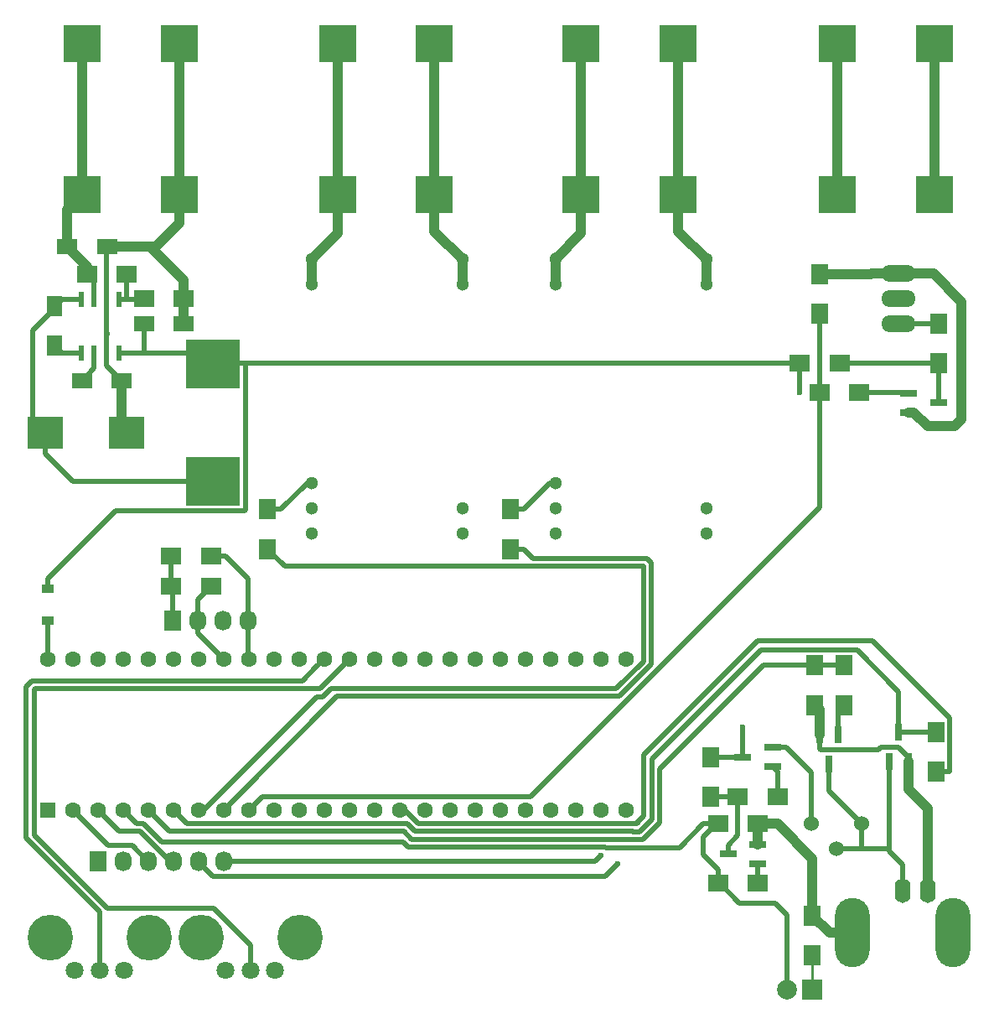
<source format=gbr>
G04 #@! TF.FileFunction,Copper,L1,Top,Signal*
%FSLAX46Y46*%
G04 Gerber Fmt 4.6, Leading zero omitted, Abs format (unit mm)*
G04 Created by KiCad (PCBNEW 4.0.2+dfsg1-stable) date Thu 24 Aug 2017 14:03:52 CEST*
%MOMM*%
G01*
G04 APERTURE LIST*
%ADD10C,0.100000*%
%ADD11R,5.400040X4.899660*%
%ADD12R,1.800860X0.800100*%
%ADD13R,1.700000X2.000000*%
%ADD14C,1.300000*%
%ADD15R,1.727200X2.032000*%
%ADD16O,1.727200X2.032000*%
%ADD17O,3.500120X7.000240*%
%ADD18O,1.600200X2.499360*%
%ADD19O,3.500120X1.699260*%
%ADD20R,2.000000X1.700000*%
%ADD21C,1.524000*%
%ADD22R,2.000000X1.600000*%
%ADD23R,1.600000X2.000000*%
%ADD24R,0.600000X1.550000*%
%ADD25R,3.810000X3.810000*%
%ADD26R,2.000000X2.000000*%
%ADD27C,2.000000*%
%ADD28R,0.800100X1.800860*%
%ADD29R,3.600000X3.200000*%
%ADD30R,1.220000X0.910000*%
%ADD31C,1.800000*%
%ADD32C,4.600000*%
%ADD33C,1.600000*%
%ADD34R,1.600000X1.600000*%
%ADD35C,0.600000*%
%ADD36C,0.500000*%
%ADD37C,0.250000*%
%ADD38C,1.000000*%
G04 APERTURE END LIST*
D10*
D11*
X50750000Y-76400420D03*
X50750000Y-64599580D03*
D12*
X107252280Y-105200000D03*
X107252280Y-103300000D03*
X104250000Y-104250000D03*
D13*
X101000000Y-108250000D03*
X101000000Y-104250000D03*
D14*
X75900000Y-81680000D03*
X75900000Y-79140000D03*
X60660000Y-81680000D03*
X60660000Y-79140000D03*
X60660000Y-76600000D03*
X75900000Y-56540000D03*
X75900000Y-54000000D03*
X60660000Y-56540000D03*
X60660000Y-54000000D03*
X100540000Y-81680000D03*
X100540000Y-79140000D03*
X85300000Y-81680000D03*
X85300000Y-79140000D03*
X85300000Y-76600000D03*
X100540000Y-56540000D03*
X100540000Y-54000000D03*
X85300000Y-56540000D03*
X85300000Y-54000000D03*
D12*
X120997720Y-67550000D03*
X120997720Y-69450000D03*
X124000000Y-68500000D03*
D15*
X46630000Y-90500000D03*
D16*
X49170000Y-90500000D03*
X51710000Y-90500000D03*
X54250000Y-90500000D03*
D15*
X39130000Y-114750000D03*
D16*
X41670000Y-114750000D03*
X44210000Y-114750000D03*
X46750000Y-114750000D03*
X49290000Y-114750000D03*
X51830000Y-114750000D03*
D17*
X125500000Y-122000000D03*
X115301900Y-122000000D03*
D18*
X120402220Y-117735340D03*
X122901580Y-117735340D03*
D19*
X120000000Y-58000000D03*
X120000000Y-60540000D03*
X120000000Y-55460000D03*
D20*
X103750000Y-108250000D03*
X107750000Y-108250000D03*
X50500000Y-84000000D03*
X46500000Y-84000000D03*
D13*
X111250000Y-124250000D03*
X111250000Y-120250000D03*
D20*
X50500000Y-87000000D03*
X46500000Y-87000000D03*
D13*
X114500000Y-95000000D03*
X114500000Y-99000000D03*
X111500000Y-95000000D03*
X111500000Y-99000000D03*
D20*
X101750000Y-117000000D03*
X105750000Y-117000000D03*
X101750000Y-111000000D03*
X105750000Y-111000000D03*
D13*
X123750000Y-101750000D03*
X123750000Y-105750000D03*
X56250000Y-79250000D03*
X56250000Y-83250000D03*
X112000000Y-59500000D03*
X112000000Y-55500000D03*
D20*
X47750000Y-58000000D03*
X43750000Y-58000000D03*
D21*
X113710000Y-113540000D03*
X111170000Y-111000000D03*
X116250000Y-111000000D03*
D22*
X43750000Y-60500000D03*
X47750000Y-60500000D03*
D23*
X34750000Y-58750000D03*
X34750000Y-62750000D03*
D22*
X36000000Y-52750000D03*
X40000000Y-52750000D03*
D13*
X80750000Y-79250000D03*
X80750000Y-83250000D03*
D20*
X42000000Y-55500000D03*
X38000000Y-55500000D03*
D24*
X37440000Y-63450000D03*
X38710000Y-63450000D03*
X39980000Y-63450000D03*
X41250000Y-63450000D03*
X41250000Y-58050000D03*
X39980000Y-58050000D03*
X38710000Y-58050000D03*
X37440000Y-58050000D03*
D22*
X37500000Y-66250000D03*
X41500000Y-66250000D03*
D25*
X47300000Y-32200000D03*
X47300000Y-47490800D03*
X37500000Y-32200000D03*
X37500000Y-47490800D03*
X97700000Y-32200000D03*
X97700000Y-47490800D03*
X87900000Y-32200000D03*
X87900000Y-47490800D03*
X123600000Y-32200000D03*
X123600000Y-47490800D03*
X113800000Y-32200000D03*
X113800000Y-47490800D03*
X73100000Y-32200000D03*
X73100000Y-47490800D03*
X63300000Y-32200000D03*
X63300000Y-47490800D03*
D26*
X111250000Y-127750000D03*
D27*
X108710000Y-127750000D03*
D28*
X113900000Y-102000000D03*
X112000000Y-102000000D03*
X112950000Y-105002280D03*
D12*
X105750000Y-115000000D03*
X105750000Y-113100000D03*
X102747720Y-114050000D03*
D28*
X119050000Y-104751140D03*
X120950000Y-104751140D03*
X120000000Y-101748860D03*
D20*
X112000000Y-67500000D03*
X116000000Y-67500000D03*
X114000000Y-64500000D03*
X110000000Y-64500000D03*
D13*
X124000000Y-64500000D03*
X124000000Y-60500000D03*
D29*
X42000000Y-71500000D03*
X33800000Y-71500000D03*
D30*
X34000000Y-90500000D03*
X34000000Y-87230000D03*
D31*
X57000000Y-125800000D03*
X54500000Y-125800000D03*
X52000000Y-125800000D03*
D32*
X59500000Y-122500000D03*
X49500000Y-122500000D03*
D31*
X41750000Y-125800000D03*
X39250000Y-125800000D03*
X36750000Y-125800000D03*
D32*
X44250000Y-122500000D03*
X34250000Y-122500000D03*
D33*
X74640000Y-109620000D03*
X77180000Y-109620000D03*
X79720000Y-109620000D03*
X82260000Y-109620000D03*
X72100000Y-109620000D03*
X69560000Y-109620000D03*
X67020000Y-109620000D03*
X84800000Y-109620000D03*
X87340000Y-109620000D03*
X89880000Y-109620000D03*
X92420000Y-109620000D03*
X92420000Y-94380000D03*
X89880000Y-94380000D03*
X87340000Y-94380000D03*
X84800000Y-94380000D03*
X82260000Y-94380000D03*
X79720000Y-94380000D03*
X77180000Y-94380000D03*
X74640000Y-94380000D03*
X64480000Y-109620000D03*
X61940000Y-109620000D03*
X59400000Y-109620000D03*
X56860000Y-109620000D03*
X54320000Y-109620000D03*
X51780000Y-109620000D03*
X49240000Y-109620000D03*
X46700000Y-109620000D03*
X44160000Y-109620000D03*
X41620000Y-109620000D03*
X39080000Y-109620000D03*
X36540000Y-109620000D03*
D34*
X34000000Y-109620000D03*
D33*
X72100000Y-94380000D03*
X69560000Y-94380000D03*
X67020000Y-94380000D03*
X64480000Y-94380000D03*
X61940000Y-94380000D03*
X59400000Y-94380000D03*
X56860000Y-94380000D03*
X54320000Y-94380000D03*
X51780000Y-94380000D03*
X49240000Y-94380000D03*
X46700000Y-94380000D03*
X44160000Y-94380000D03*
X41620000Y-94380000D03*
X39080000Y-94380000D03*
X36540000Y-94380000D03*
X34000000Y-94380000D03*
D35*
X110000000Y-67500000D03*
X104250000Y-101250000D03*
X40000000Y-61500000D03*
X39980000Y-59750000D03*
X91631938Y-115032684D03*
X89880000Y-114220056D03*
D36*
X110000000Y-67500000D02*
X110000000Y-64500000D01*
X104250000Y-104250000D02*
X104250000Y-101250000D01*
X110000000Y-64500000D02*
X54000000Y-64500000D01*
X53890021Y-79400251D02*
X54000021Y-79290251D01*
X54000000Y-64500000D02*
X50849580Y-64500000D01*
X34000000Y-87230000D02*
X34000000Y-86275000D01*
X34000000Y-86275000D02*
X40874749Y-79400251D01*
X40874749Y-79400251D02*
X53890021Y-79400251D01*
X54000021Y-79290251D02*
X54000021Y-64500021D01*
X54000021Y-64500021D02*
X54000000Y-64500000D01*
X101000000Y-104250000D02*
X104250000Y-104250000D01*
X50849580Y-64500000D02*
X50750000Y-64599580D01*
X41250000Y-63450000D02*
X43750000Y-63450000D01*
X43750000Y-63450000D02*
X49600420Y-63450000D01*
X43750000Y-60500000D02*
X43750000Y-61800000D01*
X43750000Y-61800000D02*
X43750000Y-63450000D01*
X49600420Y-63450000D02*
X50750000Y-64599580D01*
D37*
X110000000Y-64500000D02*
X108750000Y-64500000D01*
D36*
X34000000Y-94380000D02*
X34000000Y-90500000D01*
D38*
X105750000Y-111000000D02*
X107750000Y-111000000D01*
X111250000Y-114500000D02*
X111250000Y-118250000D01*
X111250000Y-118250000D02*
X111250000Y-120250000D01*
X107750000Y-111000000D02*
X111250000Y-114500000D01*
D36*
X112000000Y-102000000D02*
X112000000Y-103400430D01*
X117958809Y-103551849D02*
X118209949Y-103300709D01*
X112000000Y-103400430D02*
X112151419Y-103551849D01*
X118209949Y-103300709D02*
X119999949Y-103300709D01*
X112151419Y-103551849D02*
X117958809Y-103551849D01*
X119999949Y-103300709D02*
X120950000Y-104250760D01*
X120950000Y-104250760D02*
X120950000Y-104751140D01*
X39980000Y-61750000D02*
X39980000Y-60075001D01*
X39980000Y-62175000D02*
X39980000Y-61750000D01*
X39980000Y-58050000D02*
X39980000Y-59750000D01*
X39980000Y-59750000D02*
X39980000Y-60075001D01*
X39980000Y-58050000D02*
X39980000Y-52770000D01*
X39980000Y-52770000D02*
X40000000Y-52750000D01*
D38*
X41500000Y-66250000D02*
X41500000Y-71000000D01*
X41500000Y-71000000D02*
X42000000Y-71500000D01*
X47750000Y-60500000D02*
X47750000Y-58000000D01*
X40000000Y-52750000D02*
X44350000Y-52750000D01*
X44350000Y-52750000D02*
X47750000Y-56150000D01*
X47750000Y-56150000D02*
X47750000Y-58000000D01*
X47300000Y-47490800D02*
X47300000Y-50395800D01*
X47300000Y-50395800D02*
X44945800Y-52750000D01*
X44945800Y-52750000D02*
X42000000Y-52750000D01*
X42000000Y-52750000D02*
X40000000Y-52750000D01*
X120997720Y-69450000D02*
X121498100Y-69450000D01*
X121498100Y-69450000D02*
X122898150Y-70850050D01*
X122750060Y-55460000D02*
X120000000Y-55460000D01*
X122898150Y-70850050D02*
X125650432Y-70850050D01*
X125650432Y-70850050D02*
X126350001Y-70150481D01*
X126350001Y-70150481D02*
X126350001Y-58299999D01*
X126350001Y-58299999D02*
X123510002Y-55460000D01*
X123510002Y-55460000D02*
X122750060Y-55460000D01*
X111250000Y-120100000D02*
X111250000Y-120250000D01*
X120950000Y-104751140D02*
X120950000Y-107500002D01*
X120950000Y-107500002D02*
X122901580Y-109451582D01*
X122901580Y-109451582D02*
X122901580Y-115485660D01*
X122901580Y-115485660D02*
X122901580Y-117735340D01*
X125500000Y-122000000D02*
X125500000Y-120333760D01*
X115301900Y-122000000D02*
X113000000Y-122000000D01*
X113000000Y-122000000D02*
X111250000Y-120250000D01*
X105750000Y-113100000D02*
X105750000Y-111000000D01*
X112000000Y-102000000D02*
X112000000Y-99500000D01*
X112000000Y-99500000D02*
X111500000Y-99000000D01*
X47300000Y-47490800D02*
X48428798Y-47490800D01*
X46500000Y-48290800D02*
X47300000Y-47490800D01*
D36*
X41500000Y-66250000D02*
X39980000Y-64730000D01*
X39980000Y-64730000D02*
X39980000Y-63450000D01*
X39980000Y-63450000D02*
X39980000Y-62175000D01*
D38*
X117209940Y-55500000D02*
X114000000Y-55500000D01*
X114000000Y-55500000D02*
X112000000Y-55500000D01*
X117249940Y-55460000D02*
X117209940Y-55500000D01*
X117249940Y-55460000D02*
X120000000Y-55460000D01*
X47300000Y-32200000D02*
X47300000Y-47490800D01*
D36*
X56250000Y-79250000D02*
X57600000Y-79250000D01*
X57600000Y-79250000D02*
X60250000Y-76600000D01*
X60250000Y-76600000D02*
X60660000Y-76600000D01*
D38*
X73100000Y-47490800D02*
X73100000Y-44585800D01*
X73100000Y-44585800D02*
X73100000Y-32200000D01*
X73100000Y-51200000D02*
X73100000Y-47490800D01*
X75900000Y-56540000D02*
X75900000Y-54000000D01*
X73100000Y-51200000D02*
X75900000Y-54000000D01*
X63300000Y-47490800D02*
X63300000Y-44585800D01*
X63300000Y-44585800D02*
X63300000Y-32200000D01*
X63300000Y-47490800D02*
X63300000Y-51360000D01*
X63300000Y-51360000D02*
X60660000Y-54000000D01*
X60660000Y-56540000D02*
X60660000Y-54000000D01*
D36*
X80750000Y-79250000D02*
X82100000Y-79250000D01*
X82100000Y-79250000D02*
X84750000Y-76600000D01*
X84750000Y-76600000D02*
X85300000Y-76600000D01*
D38*
X97700000Y-47490800D02*
X97700000Y-51160000D01*
X97700000Y-51160000D02*
X100540000Y-54000000D01*
X100540000Y-56540000D02*
X100540000Y-54000000D01*
X97700000Y-32200000D02*
X97700000Y-47490800D01*
X85300000Y-56540000D02*
X85300000Y-53800000D01*
X87900000Y-47490800D02*
X87900000Y-51400000D01*
X87900000Y-51400000D02*
X85300000Y-54000000D01*
X87900000Y-32200000D02*
X87900000Y-47490800D01*
D36*
X93529999Y-110970001D02*
X94250000Y-110250000D01*
X71451999Y-110970001D02*
X93529999Y-110970001D01*
X70101998Y-109620000D02*
X71451999Y-110970001D01*
X69560000Y-109620000D02*
X70101998Y-109620000D01*
X46500000Y-87000000D02*
X46500000Y-84000000D01*
X46630000Y-90500000D02*
X46630000Y-87130000D01*
X46630000Y-87130000D02*
X46500000Y-87000000D01*
X94250000Y-110250000D02*
X93500000Y-111000000D01*
X94250000Y-104000000D02*
X94250000Y-110250000D01*
X105750000Y-92500000D02*
X94250000Y-104000000D01*
X117340002Y-92500000D02*
X105750000Y-92500000D01*
X123750000Y-105750000D02*
X125100000Y-105750000D01*
X125100000Y-105750000D02*
X125150001Y-105699999D01*
X125150001Y-105699999D02*
X125150001Y-100309999D01*
X125150001Y-100309999D02*
X117340002Y-92500000D01*
D37*
X123750000Y-105750000D02*
X123750000Y-105600000D01*
D36*
X49170000Y-90500000D02*
X49170000Y-91770000D01*
X49170000Y-91770000D02*
X51780000Y-94380000D01*
X49170000Y-90500000D02*
X49170000Y-88330000D01*
X49170000Y-88330000D02*
X50500000Y-87000000D01*
X54250000Y-90500000D02*
X54250000Y-94310000D01*
X54250000Y-94310000D02*
X54320000Y-94380000D01*
X50500000Y-84000000D02*
X52000000Y-84000000D01*
X54250000Y-88984000D02*
X54250000Y-90500000D01*
X52000000Y-84000000D02*
X54250000Y-86250000D01*
X54250000Y-86250000D02*
X54250000Y-88984000D01*
X44118614Y-114750000D02*
X44210000Y-114750000D01*
X40103990Y-113183990D02*
X42552604Y-113183990D01*
X36540000Y-109620000D02*
X40103990Y-113183990D01*
X42552604Y-113183990D02*
X44118614Y-114750000D01*
X46750000Y-114750000D02*
X46361546Y-114750000D01*
X46361546Y-114750000D02*
X43381558Y-111770012D01*
X43381558Y-111770012D02*
X41230001Y-111770001D01*
X41230001Y-111770001D02*
X39879999Y-110419999D01*
X39879999Y-110419999D02*
X39080000Y-109620000D01*
X90353990Y-116316010D02*
X90353990Y-116310632D01*
X90353990Y-116310632D02*
X91631938Y-115032684D01*
X49290000Y-114750000D02*
X49290000Y-114902400D01*
X49290000Y-114902400D02*
X50703610Y-116316010D01*
X50703610Y-116316010D02*
X90353990Y-116316010D01*
X89880000Y-114220056D02*
X89350056Y-114750000D01*
X89350056Y-114750000D02*
X51830000Y-114750000D01*
X51830000Y-114750000D02*
X53193600Y-114750000D01*
X119050000Y-104751140D02*
X119050000Y-113500000D01*
X119050000Y-113500000D02*
X119050000Y-113800000D01*
X116250000Y-113540000D02*
X119010000Y-113540000D01*
X119010000Y-113540000D02*
X119050000Y-113500000D01*
X113710000Y-113540000D02*
X116250000Y-113540000D01*
X116250000Y-111000000D02*
X116250000Y-113540000D01*
X120402220Y-117735340D02*
X120402220Y-115152220D01*
X120402220Y-115152220D02*
X119050000Y-113800000D01*
X120402220Y-117285760D02*
X120402220Y-117735340D01*
X116250000Y-111000000D02*
X112950000Y-107700000D01*
X112950000Y-107700000D02*
X112950000Y-105002280D01*
X107252280Y-103300000D02*
X108652710Y-103300000D01*
X108652710Y-103300000D02*
X111170000Y-105817290D01*
X111170000Y-109922370D02*
X111170000Y-111000000D01*
X111170000Y-105817290D02*
X111170000Y-109922370D01*
X111170000Y-110717340D02*
X111170000Y-111000000D01*
X107750000Y-108250000D02*
X107750000Y-105697720D01*
X107750000Y-105697720D02*
X107252280Y-105200000D01*
D37*
X107252280Y-107502280D02*
X108000000Y-108250000D01*
D36*
X113900000Y-102000000D02*
X113900000Y-99600000D01*
X113900000Y-99600000D02*
X114500000Y-99000000D01*
X105750000Y-117000000D02*
X105750000Y-115000000D01*
X47499999Y-110419999D02*
X46700000Y-109620000D01*
X106050001Y-93449999D02*
X95050011Y-104449989D01*
X95050011Y-104449989D02*
X95050010Y-110581376D01*
X95050010Y-110581376D02*
X93831376Y-111800008D01*
X93831376Y-111800008D02*
X93168624Y-111800008D01*
X93168624Y-111800008D02*
X93138628Y-111770012D01*
X93138628Y-111770012D02*
X71120624Y-111770012D01*
X71120624Y-111770012D02*
X70320613Y-110970001D01*
X70320613Y-110970001D02*
X48050001Y-110970001D01*
X48050001Y-110970001D02*
X47499999Y-110419999D01*
X115790001Y-93449999D02*
X106050001Y-93449999D01*
X120000000Y-101748860D02*
X120000000Y-97659998D01*
X120000000Y-97659998D02*
X115790001Y-93449999D01*
X123750000Y-101750000D02*
X120001140Y-101750000D01*
X120001140Y-101750000D02*
X120000000Y-101748860D01*
D37*
X123750000Y-101750000D02*
X123750000Y-101600000D01*
D36*
X124000000Y-60500000D02*
X120040000Y-60500000D01*
X120040000Y-60500000D02*
X120000000Y-60540000D01*
X95850022Y-105487978D02*
X95850020Y-110912752D01*
X46310012Y-111770012D02*
X44959999Y-110419999D01*
X70789248Y-112570022D02*
X69989238Y-111770012D01*
X95850020Y-110912752D02*
X94160837Y-112601935D01*
X90689432Y-112570022D02*
X70789248Y-112570022D01*
X106338000Y-95000000D02*
X95850022Y-105487978D01*
X94160837Y-112601935D02*
X90721345Y-112601935D01*
X111500000Y-95000000D02*
X106338000Y-95000000D01*
X90721345Y-112601935D02*
X90689432Y-112570022D01*
X44959999Y-110419999D02*
X44160000Y-109620000D01*
X69989238Y-111770012D02*
X46310012Y-111770012D01*
X114500000Y-95000000D02*
X111500000Y-95000000D01*
X43712933Y-110970001D02*
X42970001Y-110970001D01*
X42970001Y-110970001D02*
X42419999Y-110419999D01*
X45567961Y-112825029D02*
X43712933Y-110970001D01*
X69912869Y-112825029D02*
X45567961Y-112825029D01*
X70457874Y-113370034D02*
X69912869Y-112825029D01*
X90358058Y-113370034D02*
X70457874Y-113370034D01*
X42419999Y-110419999D02*
X41620000Y-109620000D01*
X101750000Y-111000000D02*
X100250000Y-111000000D01*
X100250000Y-111000000D02*
X97848055Y-113401945D01*
X90389969Y-113401945D02*
X90358058Y-113370034D01*
X97848055Y-113401945D02*
X90389969Y-113401945D01*
X101750000Y-117000000D02*
X101900000Y-117000000D01*
X101900000Y-117000000D02*
X103900000Y-119000000D01*
X103900000Y-119000000D02*
X107500000Y-119000000D01*
X107500000Y-119000000D02*
X108710000Y-120210000D01*
X100250000Y-114150000D02*
X101750000Y-115650000D01*
X101750000Y-115650000D02*
X101750000Y-117000000D01*
X100250000Y-114150000D02*
X100250000Y-112350000D01*
X101600000Y-111000000D02*
X101750000Y-111000000D01*
X100250000Y-112350000D02*
X101600000Y-111000000D01*
X101750000Y-117000000D02*
X101600000Y-117000000D01*
X108500000Y-120000000D02*
X108710000Y-120210000D01*
X108710000Y-120210000D02*
X108710000Y-127750000D01*
D37*
X101750000Y-117000000D02*
X101960000Y-117000000D01*
D36*
X61841355Y-98150031D02*
X61244127Y-98150031D01*
X61244127Y-98150031D02*
X49774158Y-109620000D01*
X62661363Y-97330023D02*
X61841355Y-98150031D01*
X94199989Y-85000000D02*
X94199989Y-94598013D01*
X56250000Y-83250000D02*
X58000000Y-85000000D01*
X58000000Y-85000000D02*
X94199989Y-85000000D01*
X94199989Y-94598013D02*
X91467979Y-97330023D01*
X91467979Y-97330023D02*
X62661363Y-97330023D01*
X49774158Y-109620000D02*
X49240000Y-109620000D01*
X56000000Y-83000000D02*
X56000000Y-83150000D01*
X94999999Y-94929389D02*
X91799354Y-98130034D01*
X95000000Y-84668625D02*
X94999999Y-94929389D01*
X83049989Y-84199989D02*
X94531364Y-84199989D01*
X94531364Y-84199989D02*
X95000000Y-84668625D01*
X80750000Y-83250000D02*
X82100000Y-83250000D01*
X82100000Y-83250000D02*
X83049989Y-84199989D01*
X91799354Y-98130034D02*
X63269966Y-98130034D01*
X63269966Y-98130034D02*
X52579999Y-108820001D01*
X52579999Y-108820001D02*
X51780000Y-109620000D01*
X40080008Y-119550010D02*
X32653685Y-112123687D01*
X32653685Y-112123687D02*
X32653685Y-110863687D01*
X61509980Y-97350020D02*
X64480000Y-94380000D01*
X32781366Y-97350020D02*
X61509980Y-97350020D01*
X50768012Y-119550010D02*
X40080008Y-119550010D01*
X32653685Y-108376313D02*
X32653685Y-97477701D01*
X54500000Y-123281998D02*
X50768012Y-119550010D01*
X54500000Y-125800000D02*
X54500000Y-123281998D01*
X32649999Y-108379999D02*
X32653685Y-108376313D01*
X32653685Y-110863687D02*
X32649999Y-110860001D01*
X32649999Y-110860001D02*
X32649999Y-108379999D01*
X32653685Y-97477701D02*
X32781366Y-97350020D01*
X39250000Y-125800000D02*
X39250000Y-119851388D01*
X39250000Y-119851388D02*
X31846395Y-112447783D01*
X31846395Y-112447783D02*
X31846395Y-97153605D01*
X31846395Y-97153605D02*
X32449991Y-96550009D01*
X32449991Y-96550009D02*
X59769991Y-96550009D01*
X59769991Y-96550009D02*
X61140001Y-95179999D01*
X61140001Y-95179999D02*
X61940000Y-94380000D01*
X38710000Y-58050000D02*
X38710000Y-56210000D01*
X38710000Y-56210000D02*
X38000000Y-55500000D01*
D38*
X38000000Y-55500000D02*
X38000000Y-54750000D01*
X38000000Y-54750000D02*
X36000000Y-52750000D01*
X36000000Y-52750000D02*
X36000000Y-48990800D01*
X36000000Y-48990800D02*
X37500000Y-47490800D01*
X37750000Y-47740800D02*
X37500000Y-47490800D01*
X37500000Y-32200000D02*
X37500000Y-35105000D01*
X37500000Y-35105000D02*
X37500000Y-47490800D01*
X113800000Y-32200000D02*
X113800000Y-47490800D01*
D36*
X38710000Y-63450000D02*
X38710000Y-65040000D01*
X38710000Y-65040000D02*
X37500000Y-66250000D01*
X37440000Y-58050000D02*
X35450000Y-58050000D01*
X35450000Y-58050000D02*
X34750000Y-58750000D01*
X32500000Y-70400000D02*
X32500000Y-61200000D01*
X32500000Y-61200000D02*
X34750000Y-58950000D01*
X34750000Y-58950000D02*
X34750000Y-58750000D01*
X33800000Y-71500000D02*
X33600000Y-71500000D01*
X33600000Y-71500000D02*
X32500000Y-70400000D01*
X50750000Y-76400420D02*
X36600420Y-76400420D01*
X36600420Y-76400420D02*
X33800000Y-73600000D01*
X33800000Y-73600000D02*
X33800000Y-71500000D01*
X37440000Y-63450000D02*
X35450000Y-63450000D01*
X35450000Y-63450000D02*
X34750000Y-62750000D01*
X41250000Y-58050000D02*
X42000000Y-58050000D01*
X42000000Y-58050000D02*
X43700000Y-58050000D01*
X42000000Y-55500000D02*
X42000000Y-58050000D01*
X43700000Y-58050000D02*
X43750000Y-58000000D01*
D37*
X43750000Y-58000000D02*
X42150000Y-58000000D01*
X42150000Y-58000000D02*
X42000000Y-57850000D01*
X42000000Y-55500000D02*
X42000000Y-57850000D01*
X42000000Y-57850000D02*
X41800000Y-58050000D01*
X41800000Y-58050000D02*
X41250000Y-58050000D01*
D36*
X112000000Y-67500000D02*
X112000000Y-79060774D01*
X112000000Y-79060774D02*
X82790775Y-108269999D01*
X82790775Y-108269999D02*
X55670001Y-108269999D01*
X55670001Y-108269999D02*
X55119999Y-108820001D01*
X55119999Y-108820001D02*
X54320000Y-109620000D01*
X112000000Y-67500000D02*
X112000000Y-59500000D01*
D37*
X112000000Y-68600000D02*
X112000000Y-67500000D01*
D38*
X123600000Y-32200000D02*
X123600000Y-47490800D01*
D37*
X111250000Y-124250000D02*
X111250000Y-127750000D01*
D36*
X102747720Y-114050000D02*
X102747720Y-113149950D01*
X102747720Y-113149950D02*
X103750000Y-112147670D01*
X103750000Y-112147670D02*
X103750000Y-109600000D01*
X103750000Y-109600000D02*
X103750000Y-108250000D01*
X103750000Y-108250000D02*
X101000000Y-108250000D01*
D37*
X104000000Y-108250000D02*
X101000000Y-108250000D01*
D36*
X116000000Y-67500000D02*
X120947720Y-67500000D01*
X120947720Y-67500000D02*
X120997720Y-67550000D01*
X124000000Y-68500000D02*
X124000000Y-64500000D01*
X114000000Y-64500000D02*
X124000000Y-64500000D01*
M02*

</source>
